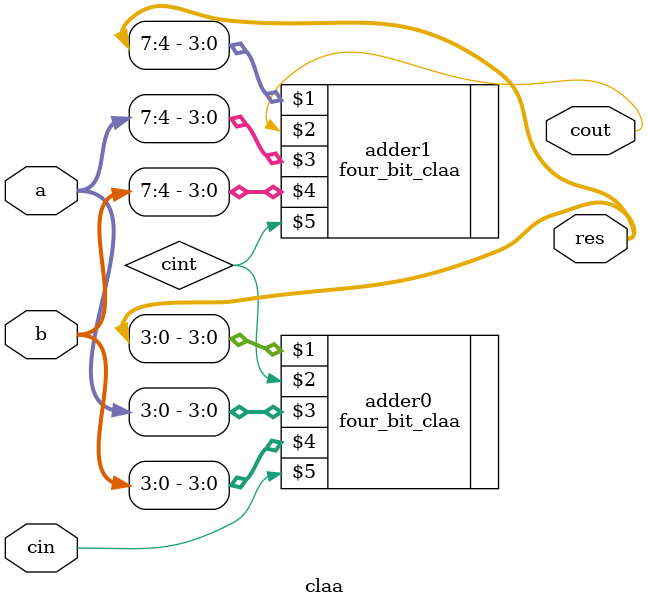
<source format=v>
`include "four_bit_claa.v"

module claa (
    output [7:0] res, output cout,
    input [7:0] a, b, input cin
);
    // * 8-bit Carry Look-Ahead Adder (8-bit CLAA)

    wire cint; // * Intermediate carry

    four_bit_claa adder0(res[3:0], cint, a[3:0], b[3:0], cin);
    four_bit_claa adder1(res[7:4], cout, a[7:4], b[7:4], cint);
    
endmodule
</source>
